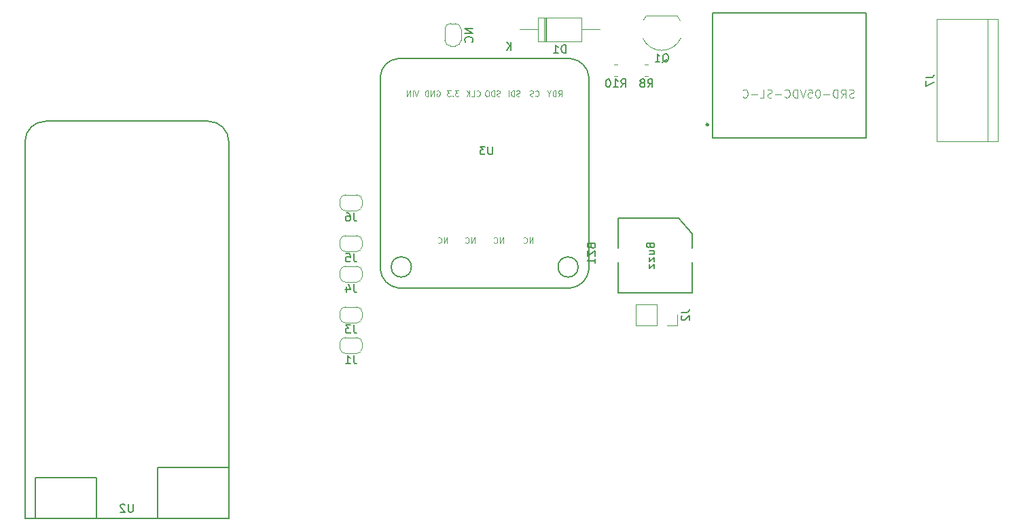
<source format=gbr>
%TF.GenerationSoftware,KiCad,Pcbnew,(5.1.12)-1*%
%TF.CreationDate,2021-12-29T18:15:49+01:00*%
%TF.ProjectId,esp32pcbheater,65737033-3270-4636-9268-65617465722e,rev?*%
%TF.SameCoordinates,Original*%
%TF.FileFunction,Legend,Bot*%
%TF.FilePolarity,Positive*%
%FSLAX46Y46*%
G04 Gerber Fmt 4.6, Leading zero omitted, Abs format (unit mm)*
G04 Created by KiCad (PCBNEW (5.1.12)-1) date 2021-12-29 18:15:49*
%MOMM*%
%LPD*%
G01*
G04 APERTURE LIST*
%ADD10C,0.150000*%
%ADD11C,0.120000*%
%ADD12C,0.300000*%
%ADD13C,0.127000*%
%ADD14C,0.200000*%
%ADD15C,0.050000*%
%ADD16C,0.100000*%
G04 APERTURE END LIST*
D10*
%TO.C,BZ1*%
X118313200Y-78105000D02*
X110744000Y-78105000D01*
X120015000Y-80060800D02*
X118313200Y-78105000D01*
X110744000Y-87401400D02*
X120015000Y-87401400D01*
X110744000Y-78105000D02*
X110744000Y-81864200D01*
X110744000Y-83616800D02*
X110744000Y-87401400D01*
X120015000Y-80060800D02*
X120015000Y-81864200D01*
X120015000Y-83591400D02*
X120015000Y-87426800D01*
D11*
%TO.C,D1*%
X100785000Y-56080000D02*
X100785000Y-53140000D01*
X100785000Y-53140000D02*
X106225000Y-53140000D01*
X106225000Y-53140000D02*
X106225000Y-56080000D01*
X106225000Y-56080000D02*
X100785000Y-56080000D01*
X98495000Y-54610000D02*
X100785000Y-54610000D01*
X108515000Y-54610000D02*
X106225000Y-54610000D01*
X101685000Y-56080000D02*
X101685000Y-53140000D01*
X101805000Y-56080000D02*
X101805000Y-53140000D01*
X101565000Y-56080000D02*
X101565000Y-53140000D01*
%TO.C,J1*%
X76770000Y-94980000D02*
X78170000Y-94980000D01*
X78870000Y-94280000D02*
X78870000Y-93680000D01*
X78170000Y-92980000D02*
X76770000Y-92980000D01*
X76070000Y-93680000D02*
X76070000Y-94280000D01*
X76070000Y-94280000D02*
G75*
G03*
X76770000Y-94980000I700000J0D01*
G01*
X76770000Y-92980000D02*
G75*
G03*
X76070000Y-93680000I0J-700000D01*
G01*
X78870000Y-93680000D02*
G75*
G03*
X78170000Y-92980000I-700000J0D01*
G01*
X78170000Y-94980000D02*
G75*
G03*
X78870000Y-94280000I0J700000D01*
G01*
%TO.C,J2*%
X112970000Y-91500000D02*
X112970000Y-88840000D01*
X115570000Y-91500000D02*
X112970000Y-91500000D01*
X115570000Y-88840000D02*
X112970000Y-88840000D01*
X115570000Y-91500000D02*
X115570000Y-88840000D01*
X116840000Y-91500000D02*
X118170000Y-91500000D01*
X118170000Y-91500000D02*
X118170000Y-90170000D01*
%TO.C,J3*%
X76070000Y-89870000D02*
X76070000Y-90470000D01*
X78170000Y-89170000D02*
X76770000Y-89170000D01*
X78870000Y-90470000D02*
X78870000Y-89870000D01*
X76770000Y-91170000D02*
X78170000Y-91170000D01*
X78170000Y-91170000D02*
G75*
G03*
X78870000Y-90470000I0J700000D01*
G01*
X78870000Y-89870000D02*
G75*
G03*
X78170000Y-89170000I-700000J0D01*
G01*
X76770000Y-89170000D02*
G75*
G03*
X76070000Y-89870000I0J-700000D01*
G01*
X76070000Y-90470000D02*
G75*
G03*
X76770000Y-91170000I700000J0D01*
G01*
%TO.C,J4*%
X76770000Y-86090000D02*
X78170000Y-86090000D01*
X78870000Y-85390000D02*
X78870000Y-84790000D01*
X78170000Y-84090000D02*
X76770000Y-84090000D01*
X76070000Y-84790000D02*
X76070000Y-85390000D01*
X76070000Y-85390000D02*
G75*
G03*
X76770000Y-86090000I700000J0D01*
G01*
X76770000Y-84090000D02*
G75*
G03*
X76070000Y-84790000I0J-700000D01*
G01*
X78870000Y-84790000D02*
G75*
G03*
X78170000Y-84090000I-700000J0D01*
G01*
X78170000Y-86090000D02*
G75*
G03*
X78870000Y-85390000I0J700000D01*
G01*
%TO.C,J5*%
X76070000Y-80980000D02*
X76070000Y-81580000D01*
X78170000Y-80280000D02*
X76770000Y-80280000D01*
X78870000Y-81580000D02*
X78870000Y-80980000D01*
X76770000Y-82280000D02*
X78170000Y-82280000D01*
X78170000Y-82280000D02*
G75*
G03*
X78870000Y-81580000I0J700000D01*
G01*
X78870000Y-80980000D02*
G75*
G03*
X78170000Y-80280000I-700000J0D01*
G01*
X76770000Y-80280000D02*
G75*
G03*
X76070000Y-80980000I0J-700000D01*
G01*
X76070000Y-81580000D02*
G75*
G03*
X76770000Y-82280000I700000J0D01*
G01*
%TO.C,J6*%
X76070000Y-75900000D02*
X76070000Y-76500000D01*
X78170000Y-75200000D02*
X76770000Y-75200000D01*
X78870000Y-76500000D02*
X78870000Y-75900000D01*
X76770000Y-77200000D02*
X78170000Y-77200000D01*
X78170000Y-77200000D02*
G75*
G03*
X78870000Y-76500000I0J700000D01*
G01*
X78870000Y-75900000D02*
G75*
G03*
X78170000Y-75200000I-700000J0D01*
G01*
X76770000Y-75200000D02*
G75*
G03*
X76070000Y-75900000I0J-700000D01*
G01*
X76070000Y-76500000D02*
G75*
G03*
X76770000Y-77200000I700000J0D01*
G01*
%TO.C,J7*%
X158115000Y-53340000D02*
X150495000Y-53340000D01*
X158115000Y-68580000D02*
X150495000Y-68580000D01*
X156845000Y-53340000D02*
X156845000Y-68580000D01*
X150495000Y-53340000D02*
X150495000Y-68580000D01*
X158115000Y-53340000D02*
X158115000Y-68580000D01*
%TO.C,JP1*%
X89870000Y-56660000D02*
X90470000Y-56660000D01*
X89170000Y-54560000D02*
X89170000Y-55960000D01*
X90470000Y-53860000D02*
X89870000Y-53860000D01*
X91170000Y-55960000D02*
X91170000Y-54560000D01*
X91170000Y-54560000D02*
G75*
G03*
X90470000Y-53860000I-700000J0D01*
G01*
X89870000Y-53860000D02*
G75*
G03*
X89170000Y-54560000I0J-700000D01*
G01*
X89170000Y-55960000D02*
G75*
G03*
X89870000Y-56660000I700000J0D01*
G01*
X90470000Y-56660000D02*
G75*
G03*
X91170000Y-55960000I0J700000D01*
G01*
D12*
%TO.C,K1*%
X121980000Y-66444000D02*
G75*
G03*
X121980000Y-66444000I-100000J0D01*
G01*
D13*
X141630000Y-52575000D02*
X122530000Y-52575000D01*
X141630000Y-68075000D02*
X141630000Y-52575000D01*
X122530000Y-68075000D02*
X141630000Y-68075000D01*
X122530000Y-52575000D02*
X122530000Y-68075000D01*
D11*
%TO.C,Q1*%
X114265000Y-52910000D02*
X118115000Y-52910000D01*
X113882369Y-53487955D02*
G75*
G02*
X114265000Y-52910000I2322631J-1122045D01*
G01*
X113848600Y-55708807D02*
G75*
G03*
X116205000Y-57210000I2356400J1098807D01*
G01*
X118561400Y-55708807D02*
G75*
G02*
X116205000Y-57210000I-2356400J1098807D01*
G01*
X118507383Y-53497736D02*
G75*
G03*
X118115000Y-52910000I-2302383J-1112264D01*
G01*
%TO.C,R8*%
X114072936Y-60425000D02*
X114527064Y-60425000D01*
X114072936Y-58955000D02*
X114527064Y-58955000D01*
%TO.C,R10*%
X110262936Y-60425000D02*
X110717064Y-60425000D01*
X110262936Y-58955000D02*
X110717064Y-58955000D01*
D10*
%TO.C,U2*%
X53340000Y-109220000D02*
X62230000Y-109220000D01*
X53340000Y-115570000D02*
X53340000Y-109220000D01*
X45720000Y-115570000D02*
X45720000Y-110490000D01*
X38100000Y-110490000D02*
X38100000Y-115570000D01*
X45720000Y-110490000D02*
X38100000Y-110490000D01*
X62230000Y-115570000D02*
X62230000Y-114300000D01*
X36830000Y-115570000D02*
X62230000Y-115570000D01*
X36830000Y-114300000D02*
X36830000Y-115570000D01*
X36830000Y-68580000D02*
X36830000Y-114300000D01*
X62230000Y-68580000D02*
X62230000Y-114300000D01*
X59690000Y-66040000D02*
X39370000Y-66040000D01*
X62230000Y-68580000D02*
G75*
G03*
X59690000Y-66040000I-2540000J0D01*
G01*
X39370000Y-66040000D02*
G75*
G03*
X36830000Y-68580000I0J-2540000D01*
G01*
D14*
%TO.C,U3*%
X105775728Y-84201000D02*
G75*
G03*
X105775728Y-84201000I-1254728J0D01*
G01*
X84993766Y-84196986D02*
G75*
G03*
X84993766Y-84196986I-1259214J0D01*
G01*
X81119918Y-84539896D02*
X81119918Y-60495724D01*
X104861578Y-86811600D02*
X83352068Y-86811600D01*
X107109893Y-60495724D02*
X107109893Y-84539896D01*
X83352068Y-58234779D02*
X104861578Y-58234779D01*
X81119918Y-84539896D02*
G75*
G03*
X83352068Y-86811600I2524952J248494D01*
G01*
X104861578Y-86811600D02*
G75*
G03*
X107109893Y-84539896I-279807J2525361D01*
G01*
X83352068Y-58234779D02*
G75*
G03*
X81119918Y-60495724I123710J-2354468D01*
G01*
X107109893Y-60495723D02*
G75*
G03*
X104861578Y-58234779I-2476093J-213912D01*
G01*
%TO.C,BZ1*%
D10*
X107395971Y-81592847D02*
X107443590Y-81735704D01*
X107491209Y-81783323D01*
X107586447Y-81830942D01*
X107729304Y-81830942D01*
X107824542Y-81783323D01*
X107872161Y-81735704D01*
X107919780Y-81640466D01*
X107919780Y-81259514D01*
X106919780Y-81259514D01*
X106919780Y-81592847D01*
X106967400Y-81688085D01*
X107015019Y-81735704D01*
X107110257Y-81783323D01*
X107205495Y-81783323D01*
X107300733Y-81735704D01*
X107348352Y-81688085D01*
X107395971Y-81592847D01*
X107395971Y-81259514D01*
X106919780Y-82164276D02*
X106919780Y-82830942D01*
X107919780Y-82164276D01*
X107919780Y-82830942D01*
X107919780Y-83735704D02*
X107919780Y-83164276D01*
X107919780Y-83449990D02*
X106919780Y-83449990D01*
X107062638Y-83354752D01*
X107157876Y-83259514D01*
X107205495Y-83164276D01*
X114761971Y-81537323D02*
X114809590Y-81680180D01*
X114857209Y-81727800D01*
X114952447Y-81775419D01*
X115095304Y-81775419D01*
X115190542Y-81727800D01*
X115238161Y-81680180D01*
X115285780Y-81584942D01*
X115285780Y-81203990D01*
X114285780Y-81203990D01*
X114285780Y-81537323D01*
X114333400Y-81632561D01*
X114381019Y-81680180D01*
X114476257Y-81727800D01*
X114571495Y-81727800D01*
X114666733Y-81680180D01*
X114714352Y-81632561D01*
X114761971Y-81537323D01*
X114761971Y-81203990D01*
X114619114Y-82632561D02*
X115285780Y-82632561D01*
X114619114Y-82203990D02*
X115142923Y-82203990D01*
X115238161Y-82251609D01*
X115285780Y-82346847D01*
X115285780Y-82489704D01*
X115238161Y-82584942D01*
X115190542Y-82632561D01*
X114619114Y-83013514D02*
X114619114Y-83537323D01*
X115285780Y-83013514D01*
X115285780Y-83537323D01*
X114619114Y-83823038D02*
X114619114Y-84346847D01*
X115285780Y-83823038D01*
X115285780Y-84346847D01*
%TO.C,D1*%
X104243095Y-57532380D02*
X104243095Y-56532380D01*
X104005000Y-56532380D01*
X103862142Y-56580000D01*
X103766904Y-56675238D01*
X103719285Y-56770476D01*
X103671666Y-56960952D01*
X103671666Y-57103809D01*
X103719285Y-57294285D01*
X103766904Y-57389523D01*
X103862142Y-57484761D01*
X104005000Y-57532380D01*
X104243095Y-57532380D01*
X102719285Y-57532380D02*
X103290714Y-57532380D01*
X103005000Y-57532380D02*
X103005000Y-56532380D01*
X103100238Y-56675238D01*
X103195476Y-56770476D01*
X103290714Y-56818095D01*
X97416904Y-57162380D02*
X97416904Y-56162380D01*
X96845476Y-57162380D02*
X97274047Y-56590952D01*
X96845476Y-56162380D02*
X97416904Y-56733809D01*
%TO.C,J1*%
X77803333Y-95232380D02*
X77803333Y-95946666D01*
X77850952Y-96089523D01*
X77946190Y-96184761D01*
X78089047Y-96232380D01*
X78184285Y-96232380D01*
X76803333Y-96232380D02*
X77374761Y-96232380D01*
X77089047Y-96232380D02*
X77089047Y-95232380D01*
X77184285Y-95375238D01*
X77279523Y-95470476D01*
X77374761Y-95518095D01*
%TO.C,J2*%
X118622380Y-89836666D02*
X119336666Y-89836666D01*
X119479523Y-89789047D01*
X119574761Y-89693809D01*
X119622380Y-89550952D01*
X119622380Y-89455714D01*
X118717619Y-90265238D02*
X118670000Y-90312857D01*
X118622380Y-90408095D01*
X118622380Y-90646190D01*
X118670000Y-90741428D01*
X118717619Y-90789047D01*
X118812857Y-90836666D01*
X118908095Y-90836666D01*
X119050952Y-90789047D01*
X119622380Y-90217619D01*
X119622380Y-90836666D01*
%TO.C,J3*%
X77803333Y-91422380D02*
X77803333Y-92136666D01*
X77850952Y-92279523D01*
X77946190Y-92374761D01*
X78089047Y-92422380D01*
X78184285Y-92422380D01*
X77422380Y-91422380D02*
X76803333Y-91422380D01*
X77136666Y-91803333D01*
X76993809Y-91803333D01*
X76898571Y-91850952D01*
X76850952Y-91898571D01*
X76803333Y-91993809D01*
X76803333Y-92231904D01*
X76850952Y-92327142D01*
X76898571Y-92374761D01*
X76993809Y-92422380D01*
X77279523Y-92422380D01*
X77374761Y-92374761D01*
X77422380Y-92327142D01*
%TO.C,J4*%
X77803333Y-86342380D02*
X77803333Y-87056666D01*
X77850952Y-87199523D01*
X77946190Y-87294761D01*
X78089047Y-87342380D01*
X78184285Y-87342380D01*
X76898571Y-86675714D02*
X76898571Y-87342380D01*
X77136666Y-86294761D02*
X77374761Y-87009047D01*
X76755714Y-87009047D01*
%TO.C,J5*%
X77803333Y-82532380D02*
X77803333Y-83246666D01*
X77850952Y-83389523D01*
X77946190Y-83484761D01*
X78089047Y-83532380D01*
X78184285Y-83532380D01*
X76850952Y-82532380D02*
X77327142Y-82532380D01*
X77374761Y-83008571D01*
X77327142Y-82960952D01*
X77231904Y-82913333D01*
X76993809Y-82913333D01*
X76898571Y-82960952D01*
X76850952Y-83008571D01*
X76803333Y-83103809D01*
X76803333Y-83341904D01*
X76850952Y-83437142D01*
X76898571Y-83484761D01*
X76993809Y-83532380D01*
X77231904Y-83532380D01*
X77327142Y-83484761D01*
X77374761Y-83437142D01*
%TO.C,J6*%
X77803333Y-77452380D02*
X77803333Y-78166666D01*
X77850952Y-78309523D01*
X77946190Y-78404761D01*
X78089047Y-78452380D01*
X78184285Y-78452380D01*
X76898571Y-77452380D02*
X77089047Y-77452380D01*
X77184285Y-77500000D01*
X77231904Y-77547619D01*
X77327142Y-77690476D01*
X77374761Y-77880952D01*
X77374761Y-78261904D01*
X77327142Y-78357142D01*
X77279523Y-78404761D01*
X77184285Y-78452380D01*
X76993809Y-78452380D01*
X76898571Y-78404761D01*
X76850952Y-78357142D01*
X76803333Y-78261904D01*
X76803333Y-78023809D01*
X76850952Y-77928571D01*
X76898571Y-77880952D01*
X76993809Y-77833333D01*
X77184285Y-77833333D01*
X77279523Y-77880952D01*
X77327142Y-77928571D01*
X77374761Y-78023809D01*
%TO.C,J7*%
X149107380Y-60596666D02*
X149821666Y-60596666D01*
X149964523Y-60549047D01*
X150059761Y-60453809D01*
X150107380Y-60310952D01*
X150107380Y-60215714D01*
X149107380Y-60977619D02*
X149107380Y-61644285D01*
X150107380Y-61215714D01*
%TO.C,JP1*%
X92654380Y-54522785D02*
X91654380Y-54522785D01*
X92654380Y-55094214D01*
X91654380Y-55094214D01*
X92559142Y-56141833D02*
X92606761Y-56094214D01*
X92654380Y-55951357D01*
X92654380Y-55856119D01*
X92606761Y-55713261D01*
X92511523Y-55618023D01*
X92416285Y-55570404D01*
X92225809Y-55522785D01*
X92082952Y-55522785D01*
X91892476Y-55570404D01*
X91797238Y-55618023D01*
X91702000Y-55713261D01*
X91654380Y-55856119D01*
X91654380Y-55951357D01*
X91702000Y-56094214D01*
X91749619Y-56141833D01*
%TO.C,K1*%
D15*
X140119301Y-63039888D02*
X139976399Y-63087522D01*
X139738230Y-63087522D01*
X139642963Y-63039888D01*
X139595329Y-62992254D01*
X139547695Y-62896986D01*
X139547695Y-62801719D01*
X139595329Y-62706451D01*
X139642963Y-62658817D01*
X139738230Y-62611184D01*
X139928766Y-62563550D01*
X140024033Y-62515916D01*
X140071667Y-62468282D01*
X140119301Y-62373015D01*
X140119301Y-62277747D01*
X140071667Y-62182479D01*
X140024033Y-62134846D01*
X139928766Y-62087212D01*
X139690597Y-62087212D01*
X139547695Y-62134846D01*
X138547385Y-63087522D02*
X138880822Y-62611184D01*
X139118991Y-63087522D02*
X139118991Y-62087212D01*
X138737920Y-62087212D01*
X138642653Y-62134846D01*
X138595019Y-62182479D01*
X138547385Y-62277747D01*
X138547385Y-62420648D01*
X138595019Y-62515916D01*
X138642653Y-62563550D01*
X138737920Y-62611184D01*
X139118991Y-62611184D01*
X138118681Y-63087522D02*
X138118681Y-62087212D01*
X137880512Y-62087212D01*
X137737610Y-62134846D01*
X137642343Y-62230113D01*
X137594709Y-62325381D01*
X137547075Y-62515916D01*
X137547075Y-62658817D01*
X137594709Y-62849353D01*
X137642343Y-62944620D01*
X137737610Y-63039888D01*
X137880512Y-63087522D01*
X138118681Y-63087522D01*
X137118371Y-62706451D02*
X136356230Y-62706451D01*
X135689357Y-62087212D02*
X135594089Y-62087212D01*
X135498821Y-62134846D01*
X135451188Y-62182479D01*
X135403554Y-62277747D01*
X135355920Y-62468282D01*
X135355920Y-62706451D01*
X135403554Y-62896986D01*
X135451188Y-62992254D01*
X135498821Y-63039888D01*
X135594089Y-63087522D01*
X135689357Y-63087522D01*
X135784624Y-63039888D01*
X135832258Y-62992254D01*
X135879892Y-62896986D01*
X135927526Y-62706451D01*
X135927526Y-62468282D01*
X135879892Y-62277747D01*
X135832258Y-62182479D01*
X135784624Y-62134846D01*
X135689357Y-62087212D01*
X134450878Y-62087212D02*
X134927216Y-62087212D01*
X134974849Y-62563550D01*
X134927216Y-62515916D01*
X134831948Y-62468282D01*
X134593779Y-62468282D01*
X134498511Y-62515916D01*
X134450878Y-62563550D01*
X134403244Y-62658817D01*
X134403244Y-62896986D01*
X134450878Y-62992254D01*
X134498511Y-63039888D01*
X134593779Y-63087522D01*
X134831948Y-63087522D01*
X134927216Y-63039888D01*
X134974849Y-62992254D01*
X134117441Y-62087212D02*
X133784004Y-63087522D01*
X133450568Y-62087212D01*
X133117131Y-63087522D02*
X133117131Y-62087212D01*
X132878962Y-62087212D01*
X132736060Y-62134846D01*
X132640793Y-62230113D01*
X132593159Y-62325381D01*
X132545525Y-62515916D01*
X132545525Y-62658817D01*
X132593159Y-62849353D01*
X132640793Y-62944620D01*
X132736060Y-63039888D01*
X132878962Y-63087522D01*
X133117131Y-63087522D01*
X131545215Y-62992254D02*
X131592849Y-63039888D01*
X131735750Y-63087522D01*
X131831018Y-63087522D01*
X131973919Y-63039888D01*
X132069187Y-62944620D01*
X132116821Y-62849353D01*
X132164455Y-62658817D01*
X132164455Y-62515916D01*
X132116821Y-62325381D01*
X132069187Y-62230113D01*
X131973919Y-62134846D01*
X131831018Y-62087212D01*
X131735750Y-62087212D01*
X131592849Y-62134846D01*
X131545215Y-62182479D01*
X131116511Y-62706451D02*
X130354370Y-62706451D01*
X129925666Y-63039888D02*
X129782764Y-63087522D01*
X129544595Y-63087522D01*
X129449328Y-63039888D01*
X129401694Y-62992254D01*
X129354060Y-62896986D01*
X129354060Y-62801719D01*
X129401694Y-62706451D01*
X129449328Y-62658817D01*
X129544595Y-62611184D01*
X129735130Y-62563550D01*
X129830398Y-62515916D01*
X129878032Y-62468282D01*
X129925666Y-62373015D01*
X129925666Y-62277747D01*
X129878032Y-62182479D01*
X129830398Y-62134846D01*
X129735130Y-62087212D01*
X129496961Y-62087212D01*
X129354060Y-62134846D01*
X128449018Y-63087522D02*
X128925356Y-63087522D01*
X128925356Y-62087212D01*
X128115581Y-62706451D02*
X127353440Y-62706451D01*
X126305496Y-62992254D02*
X126353130Y-63039888D01*
X126496031Y-63087522D01*
X126591299Y-63087522D01*
X126734200Y-63039888D01*
X126829468Y-62944620D01*
X126877102Y-62849353D01*
X126924736Y-62658817D01*
X126924736Y-62515916D01*
X126877102Y-62325381D01*
X126829468Y-62230113D01*
X126734200Y-62134846D01*
X126591299Y-62087212D01*
X126496031Y-62087212D01*
X126353130Y-62134846D01*
X126305496Y-62182479D01*
%TO.C,Q1*%
D10*
X116300238Y-58717619D02*
X116395476Y-58670000D01*
X116490714Y-58574761D01*
X116633571Y-58431904D01*
X116728809Y-58384285D01*
X116824047Y-58384285D01*
X116776428Y-58622380D02*
X116871666Y-58574761D01*
X116966904Y-58479523D01*
X117014523Y-58289047D01*
X117014523Y-57955714D01*
X116966904Y-57765238D01*
X116871666Y-57670000D01*
X116776428Y-57622380D01*
X116585952Y-57622380D01*
X116490714Y-57670000D01*
X116395476Y-57765238D01*
X116347857Y-57955714D01*
X116347857Y-58289047D01*
X116395476Y-58479523D01*
X116490714Y-58574761D01*
X116585952Y-58622380D01*
X116776428Y-58622380D01*
X115395476Y-58622380D02*
X115966904Y-58622380D01*
X115681190Y-58622380D02*
X115681190Y-57622380D01*
X115776428Y-57765238D01*
X115871666Y-57860476D01*
X115966904Y-57908095D01*
%TO.C,R8*%
X114466666Y-61792380D02*
X114800000Y-61316190D01*
X115038095Y-61792380D02*
X115038095Y-60792380D01*
X114657142Y-60792380D01*
X114561904Y-60840000D01*
X114514285Y-60887619D01*
X114466666Y-60982857D01*
X114466666Y-61125714D01*
X114514285Y-61220952D01*
X114561904Y-61268571D01*
X114657142Y-61316190D01*
X115038095Y-61316190D01*
X113895238Y-61220952D02*
X113990476Y-61173333D01*
X114038095Y-61125714D01*
X114085714Y-61030476D01*
X114085714Y-60982857D01*
X114038095Y-60887619D01*
X113990476Y-60840000D01*
X113895238Y-60792380D01*
X113704761Y-60792380D01*
X113609523Y-60840000D01*
X113561904Y-60887619D01*
X113514285Y-60982857D01*
X113514285Y-61030476D01*
X113561904Y-61125714D01*
X113609523Y-61173333D01*
X113704761Y-61220952D01*
X113895238Y-61220952D01*
X113990476Y-61268571D01*
X114038095Y-61316190D01*
X114085714Y-61411428D01*
X114085714Y-61601904D01*
X114038095Y-61697142D01*
X113990476Y-61744761D01*
X113895238Y-61792380D01*
X113704761Y-61792380D01*
X113609523Y-61744761D01*
X113561904Y-61697142D01*
X113514285Y-61601904D01*
X113514285Y-61411428D01*
X113561904Y-61316190D01*
X113609523Y-61268571D01*
X113704761Y-61220952D01*
%TO.C,R10*%
X111132857Y-61792380D02*
X111466190Y-61316190D01*
X111704285Y-61792380D02*
X111704285Y-60792380D01*
X111323333Y-60792380D01*
X111228095Y-60840000D01*
X111180476Y-60887619D01*
X111132857Y-60982857D01*
X111132857Y-61125714D01*
X111180476Y-61220952D01*
X111228095Y-61268571D01*
X111323333Y-61316190D01*
X111704285Y-61316190D01*
X110180476Y-61792380D02*
X110751904Y-61792380D01*
X110466190Y-61792380D02*
X110466190Y-60792380D01*
X110561428Y-60935238D01*
X110656666Y-61030476D01*
X110751904Y-61078095D01*
X109561428Y-60792380D02*
X109466190Y-60792380D01*
X109370952Y-60840000D01*
X109323333Y-60887619D01*
X109275714Y-60982857D01*
X109228095Y-61173333D01*
X109228095Y-61411428D01*
X109275714Y-61601904D01*
X109323333Y-61697142D01*
X109370952Y-61744761D01*
X109466190Y-61792380D01*
X109561428Y-61792380D01*
X109656666Y-61744761D01*
X109704285Y-61697142D01*
X109751904Y-61601904D01*
X109799523Y-61411428D01*
X109799523Y-61173333D01*
X109751904Y-60982857D01*
X109704285Y-60887619D01*
X109656666Y-60840000D01*
X109561428Y-60792380D01*
%TO.C,U2*%
X50291904Y-113752380D02*
X50291904Y-114561904D01*
X50244285Y-114657142D01*
X50196666Y-114704761D01*
X50101428Y-114752380D01*
X49910952Y-114752380D01*
X49815714Y-114704761D01*
X49768095Y-114657142D01*
X49720476Y-114561904D01*
X49720476Y-113752380D01*
X49291904Y-113847619D02*
X49244285Y-113800000D01*
X49149047Y-113752380D01*
X48910952Y-113752380D01*
X48815714Y-113800000D01*
X48768095Y-113847619D01*
X48720476Y-113942857D01*
X48720476Y-114038095D01*
X48768095Y-114180952D01*
X49339523Y-114752380D01*
X48720476Y-114752380D01*
%TO.C,U3*%
X95122904Y-69183380D02*
X95122904Y-69992904D01*
X95075285Y-70088142D01*
X95027666Y-70135761D01*
X94932428Y-70183380D01*
X94741952Y-70183380D01*
X94646714Y-70135761D01*
X94599095Y-70088142D01*
X94551476Y-69992904D01*
X94551476Y-69183380D01*
X94170523Y-69183380D02*
X93551476Y-69183380D01*
X93884809Y-69564333D01*
X93741952Y-69564333D01*
X93646714Y-69611952D01*
X93599095Y-69659571D01*
X93551476Y-69754809D01*
X93551476Y-69992904D01*
X93599095Y-70088142D01*
X93646714Y-70135761D01*
X93741952Y-70183380D01*
X94027666Y-70183380D01*
X94122904Y-70135761D01*
X94170523Y-70088142D01*
D16*
X85856666Y-62227666D02*
X85623333Y-62927666D01*
X85390000Y-62227666D01*
X85156666Y-62927666D02*
X85156666Y-62227666D01*
X84823333Y-62927666D02*
X84823333Y-62227666D01*
X84423333Y-62927666D01*
X84423333Y-62227666D01*
X88163333Y-62261000D02*
X88230000Y-62227666D01*
X88330000Y-62227666D01*
X88430000Y-62261000D01*
X88496666Y-62327666D01*
X88530000Y-62394333D01*
X88563333Y-62527666D01*
X88563333Y-62627666D01*
X88530000Y-62761000D01*
X88496666Y-62827666D01*
X88430000Y-62894333D01*
X88330000Y-62927666D01*
X88263333Y-62927666D01*
X88163333Y-62894333D01*
X88130000Y-62861000D01*
X88130000Y-62627666D01*
X88263333Y-62627666D01*
X87830000Y-62927666D02*
X87830000Y-62227666D01*
X87430000Y-62927666D01*
X87430000Y-62227666D01*
X87096666Y-62927666D02*
X87096666Y-62227666D01*
X86930000Y-62227666D01*
X86830000Y-62261000D01*
X86763333Y-62327666D01*
X86730000Y-62394333D01*
X86696666Y-62527666D01*
X86696666Y-62627666D01*
X86730000Y-62761000D01*
X86763333Y-62827666D01*
X86830000Y-62894333D01*
X86930000Y-62927666D01*
X87096666Y-62927666D01*
X90903333Y-62227666D02*
X90470000Y-62227666D01*
X90703333Y-62494333D01*
X90603333Y-62494333D01*
X90536666Y-62527666D01*
X90503333Y-62561000D01*
X90470000Y-62627666D01*
X90470000Y-62794333D01*
X90503333Y-62861000D01*
X90536666Y-62894333D01*
X90603333Y-62927666D01*
X90803333Y-62927666D01*
X90870000Y-62894333D01*
X90903333Y-62861000D01*
X90170000Y-62861000D02*
X90136666Y-62894333D01*
X90170000Y-62927666D01*
X90203333Y-62894333D01*
X90170000Y-62861000D01*
X90170000Y-62927666D01*
X89903333Y-62227666D02*
X89470000Y-62227666D01*
X89703333Y-62494333D01*
X89603333Y-62494333D01*
X89536666Y-62527666D01*
X89503333Y-62561000D01*
X89470000Y-62627666D01*
X89470000Y-62794333D01*
X89503333Y-62861000D01*
X89536666Y-62894333D01*
X89603333Y-62927666D01*
X89803333Y-62927666D01*
X89870000Y-62894333D01*
X89903333Y-62861000D01*
X93126666Y-62861000D02*
X93160000Y-62894333D01*
X93260000Y-62927666D01*
X93326666Y-62927666D01*
X93426666Y-62894333D01*
X93493333Y-62827666D01*
X93526666Y-62761000D01*
X93560000Y-62627666D01*
X93560000Y-62527666D01*
X93526666Y-62394333D01*
X93493333Y-62327666D01*
X93426666Y-62261000D01*
X93326666Y-62227666D01*
X93260000Y-62227666D01*
X93160000Y-62261000D01*
X93126666Y-62294333D01*
X92493333Y-62927666D02*
X92826666Y-62927666D01*
X92826666Y-62227666D01*
X92260000Y-62927666D02*
X92260000Y-62227666D01*
X91860000Y-62927666D02*
X92160000Y-62527666D01*
X91860000Y-62227666D02*
X92260000Y-62627666D01*
X96039666Y-62894333D02*
X95939666Y-62927666D01*
X95773000Y-62927666D01*
X95706333Y-62894333D01*
X95673000Y-62861000D01*
X95639666Y-62794333D01*
X95639666Y-62727666D01*
X95673000Y-62661000D01*
X95706333Y-62627666D01*
X95773000Y-62594333D01*
X95906333Y-62561000D01*
X95973000Y-62527666D01*
X96006333Y-62494333D01*
X96039666Y-62427666D01*
X96039666Y-62361000D01*
X96006333Y-62294333D01*
X95973000Y-62261000D01*
X95906333Y-62227666D01*
X95739666Y-62227666D01*
X95639666Y-62261000D01*
X95339666Y-62927666D02*
X95339666Y-62227666D01*
X95173000Y-62227666D01*
X95073000Y-62261000D01*
X95006333Y-62327666D01*
X94973000Y-62394333D01*
X94939666Y-62527666D01*
X94939666Y-62627666D01*
X94973000Y-62761000D01*
X95006333Y-62827666D01*
X95073000Y-62894333D01*
X95173000Y-62927666D01*
X95339666Y-62927666D01*
X94506333Y-62227666D02*
X94373000Y-62227666D01*
X94306333Y-62261000D01*
X94239666Y-62327666D01*
X94206333Y-62461000D01*
X94206333Y-62694333D01*
X94239666Y-62827666D01*
X94306333Y-62894333D01*
X94373000Y-62927666D01*
X94506333Y-62927666D01*
X94573000Y-62894333D01*
X94639666Y-62827666D01*
X94673000Y-62694333D01*
X94673000Y-62461000D01*
X94639666Y-62327666D01*
X94573000Y-62261000D01*
X94506333Y-62227666D01*
X98506666Y-62894333D02*
X98406666Y-62927666D01*
X98240000Y-62927666D01*
X98173333Y-62894333D01*
X98140000Y-62861000D01*
X98106666Y-62794333D01*
X98106666Y-62727666D01*
X98140000Y-62661000D01*
X98173333Y-62627666D01*
X98240000Y-62594333D01*
X98373333Y-62561000D01*
X98440000Y-62527666D01*
X98473333Y-62494333D01*
X98506666Y-62427666D01*
X98506666Y-62361000D01*
X98473333Y-62294333D01*
X98440000Y-62261000D01*
X98373333Y-62227666D01*
X98206666Y-62227666D01*
X98106666Y-62261000D01*
X97806666Y-62927666D02*
X97806666Y-62227666D01*
X97640000Y-62227666D01*
X97540000Y-62261000D01*
X97473333Y-62327666D01*
X97440000Y-62394333D01*
X97406666Y-62527666D01*
X97406666Y-62627666D01*
X97440000Y-62761000D01*
X97473333Y-62827666D01*
X97540000Y-62894333D01*
X97640000Y-62927666D01*
X97806666Y-62927666D01*
X97106666Y-62927666D02*
X97106666Y-62227666D01*
X100446666Y-62861000D02*
X100480000Y-62894333D01*
X100580000Y-62927666D01*
X100646666Y-62927666D01*
X100746666Y-62894333D01*
X100813333Y-62827666D01*
X100846666Y-62761000D01*
X100880000Y-62627666D01*
X100880000Y-62527666D01*
X100846666Y-62394333D01*
X100813333Y-62327666D01*
X100746666Y-62261000D01*
X100646666Y-62227666D01*
X100580000Y-62227666D01*
X100480000Y-62261000D01*
X100446666Y-62294333D01*
X100180000Y-62894333D02*
X100080000Y-62927666D01*
X99913333Y-62927666D01*
X99846666Y-62894333D01*
X99813333Y-62861000D01*
X99780000Y-62794333D01*
X99780000Y-62727666D01*
X99813333Y-62661000D01*
X99846666Y-62627666D01*
X99913333Y-62594333D01*
X100046666Y-62561000D01*
X100113333Y-62527666D01*
X100146666Y-62494333D01*
X100180000Y-62427666D01*
X100180000Y-62361000D01*
X100146666Y-62294333D01*
X100113333Y-62261000D01*
X100046666Y-62227666D01*
X99880000Y-62227666D01*
X99780000Y-62261000D01*
X103303333Y-62927666D02*
X103536666Y-62594333D01*
X103703333Y-62927666D02*
X103703333Y-62227666D01*
X103436666Y-62227666D01*
X103370000Y-62261000D01*
X103336666Y-62294333D01*
X103303333Y-62361000D01*
X103303333Y-62461000D01*
X103336666Y-62527666D01*
X103370000Y-62561000D01*
X103436666Y-62594333D01*
X103703333Y-62594333D01*
X103003333Y-62927666D02*
X103003333Y-62227666D01*
X102836666Y-62227666D01*
X102736666Y-62261000D01*
X102670000Y-62327666D01*
X102636666Y-62394333D01*
X102603333Y-62527666D01*
X102603333Y-62627666D01*
X102636666Y-62761000D01*
X102670000Y-62827666D01*
X102736666Y-62894333D01*
X102836666Y-62927666D01*
X103003333Y-62927666D01*
X102170000Y-62594333D02*
X102170000Y-62927666D01*
X102403333Y-62227666D02*
X102170000Y-62594333D01*
X101936666Y-62227666D01*
X89450000Y-81215666D02*
X89450000Y-80515666D01*
X89050000Y-81215666D01*
X89050000Y-80515666D01*
X88316666Y-81149000D02*
X88350000Y-81182333D01*
X88450000Y-81215666D01*
X88516666Y-81215666D01*
X88616666Y-81182333D01*
X88683333Y-81115666D01*
X88716666Y-81049000D01*
X88750000Y-80915666D01*
X88750000Y-80815666D01*
X88716666Y-80682333D01*
X88683333Y-80615666D01*
X88616666Y-80549000D01*
X88516666Y-80515666D01*
X88450000Y-80515666D01*
X88350000Y-80549000D01*
X88316666Y-80582333D01*
X92879000Y-81215666D02*
X92879000Y-80515666D01*
X92479000Y-81215666D01*
X92479000Y-80515666D01*
X91745666Y-81149000D02*
X91779000Y-81182333D01*
X91879000Y-81215666D01*
X91945666Y-81215666D01*
X92045666Y-81182333D01*
X92112333Y-81115666D01*
X92145666Y-81049000D01*
X92179000Y-80915666D01*
X92179000Y-80815666D01*
X92145666Y-80682333D01*
X92112333Y-80615666D01*
X92045666Y-80549000D01*
X91945666Y-80515666D01*
X91879000Y-80515666D01*
X91779000Y-80549000D01*
X91745666Y-80582333D01*
X96435000Y-81215666D02*
X96435000Y-80515666D01*
X96035000Y-81215666D01*
X96035000Y-80515666D01*
X95301666Y-81149000D02*
X95335000Y-81182333D01*
X95435000Y-81215666D01*
X95501666Y-81215666D01*
X95601666Y-81182333D01*
X95668333Y-81115666D01*
X95701666Y-81049000D01*
X95735000Y-80915666D01*
X95735000Y-80815666D01*
X95701666Y-80682333D01*
X95668333Y-80615666D01*
X95601666Y-80549000D01*
X95501666Y-80515666D01*
X95435000Y-80515666D01*
X95335000Y-80549000D01*
X95301666Y-80582333D01*
X100118000Y-81215666D02*
X100118000Y-80515666D01*
X99718000Y-81215666D01*
X99718000Y-80515666D01*
X98984666Y-81149000D02*
X99018000Y-81182333D01*
X99118000Y-81215666D01*
X99184666Y-81215666D01*
X99284666Y-81182333D01*
X99351333Y-81115666D01*
X99384666Y-81049000D01*
X99418000Y-80915666D01*
X99418000Y-80815666D01*
X99384666Y-80682333D01*
X99351333Y-80615666D01*
X99284666Y-80549000D01*
X99184666Y-80515666D01*
X99118000Y-80515666D01*
X99018000Y-80549000D01*
X98984666Y-80582333D01*
%TD*%
M02*

</source>
